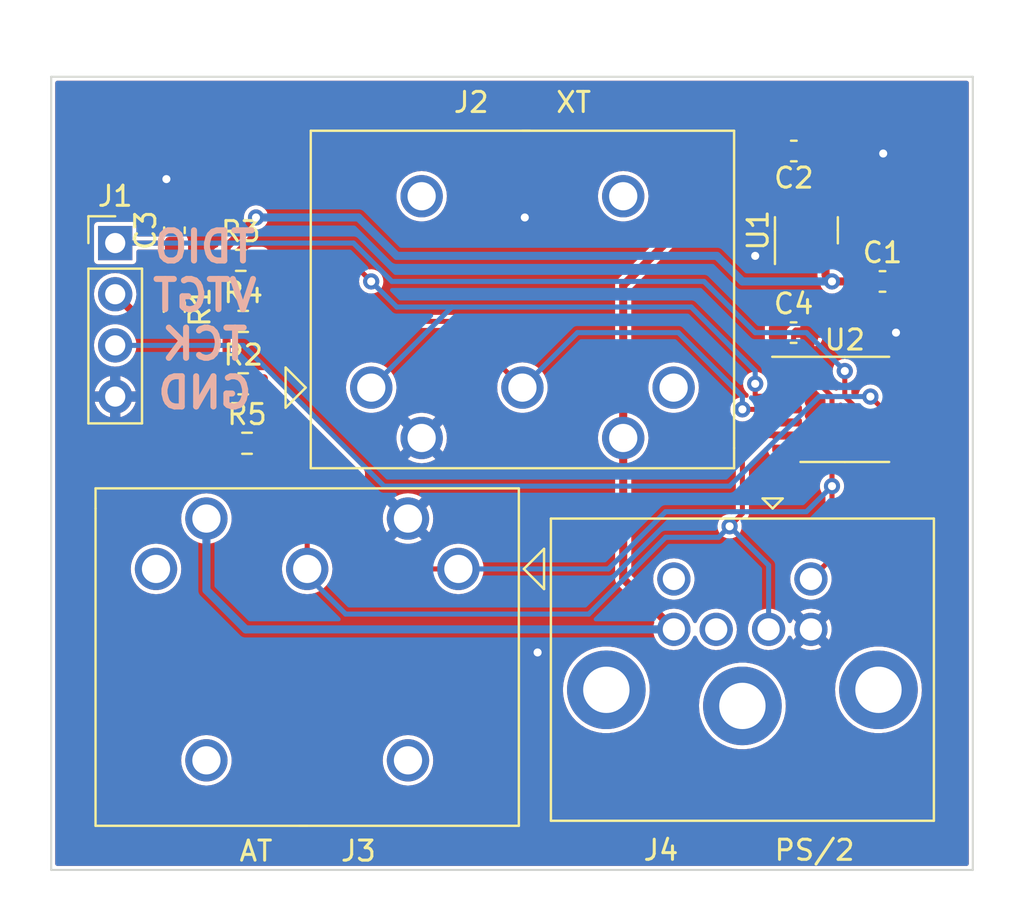
<source format=kicad_pcb>
(kicad_pcb (version 20211014) (generator pcbnew)
  (layers (0 "F.Cu" signal) (31 "B.Cu" signal) (34 "B.Paste" user) (35 "F.Paste" user) (36 "B.SilkS" user "B.Silkscreen") (37 "F.SilkS" user "F.Silkscreen") (38 "B.Mask" user) (39 "F.Mask" user) (44 "Edge.Cuts" user))
  (net 0 "")
  (net 1 "+3.3V")
  (net 2 "GND")
  (net 3 "+5V")
  (net 4 "XTCLK")
  (net 5 "XTDAT")
  (net 7 "ATCLK")
  (net 8 "ATDAT")
  (net 17 "Net-(C3-Pad1)")
  (net 18 "Net-(J1-Pad3)")
  (footprint "at2xt:MiniDIN-6-3MP_14.0mmx12.9mm_P2.6mm_P6.8mm_MP6.75mm" (layer "F.Cu") (at 156.21 80.3 180)
    (fp_text reference "J4" (at 4.04 -10.16 unlocked) (layer "F.SilkS"))
    (fp_text value "PS/2" (at -3.58 -10.16 unlocked) (layer "F.SilkS"))
    (fp_line (start -9.5 6.3) (end 9.5 6.3) (layer "F.SilkS") (width 0.12))
    (fp_line (start -2 7.3) (end -1 7.3) (layer "F.SilkS") (width 0.12))
    (fp_line (start 9.5 -8.7) (end -9.5 -8.7) (layer "F.SilkS") (width 0.12))
    (fp_line (start -1 7.3) (end -1.5 6.8) (layer "F.SilkS") (width 0.12))
    (fp_line (start -1.5 6.8) (end -2 7.3) (layer "F.SilkS") (width 0.12))
    (fp_line (start -9.5 -8.7) (end -9.5 6.3) (layer "F.SilkS") (width 0.12))
    (fp_line (start 9.5 6.3) (end 9.5 -8.7) (layer "F.SilkS") (width 0.12))
    (pad "1" thru_hole circle (at -1.3 0.8 180) (size 1.65 1.65) (drill 1.1) (layers *.Cu *.Mask) (net 8 "ATDAT"))
    (pad "2" thru_hole circle (at 1.3 0.8 180) (size 1.65 1.65) (drill 1.1) (layers *.Cu *.Mask))
    (pad "3" thru_hole circle (at -3.4 0.8 180) (size 1.65 1.65) (drill 1.1) (layers *.Cu *.Mask) (net 2 "GND"))
    (pad "4" thru_hole circle (at 3.4 0.8 180) (size 1.65 1.65) (drill 1.1) (layers *.Cu *.Mask) (net 3 "+5V"))
    (pad "5" thru_hole circle (at -3.4 3.3 180) (size 1.65 1.65) (drill 1.1) (layers *.Cu *.Mask "Dwgs.User") (net 7 "ATCLK"))
    (pad "6" thru_hole circle (at 3.4 3.3 180) (size 1.65 1.65) (drill 1.1) (layers *.Cu *.Mask))
    (pad "MP" thru_hole circle (at 0 -3 180) (size 3.9 3.9) (drill 2.3) (layers *.Cu *.Mask))
    (pad "MP" thru_hole circle (at -6.75 -2.2 180) (size 3.9 3.9) (drill 2.3) (layers *.Mask "F.Cu" "In1.Cu" "B.Cu"))
    (pad "MP" thru_hole circle (at 6.75 -2.2 180) (size 3.9 3.9) (drill 2.3) (layers *.Mask "F.Cu" "In1.Cu" "B.Cu"))
  )
  (footprint "Resistor_SMD:R_0603_1608Metric" (layer "F.Cu") (at 131.445 67.31)
    (fp_text reference "R2" (at 0 -1.43) (layer "F.SilkS"))
    (fp_text value "300")
    (fp_line (start -0.237258 -0.5225) (end 0.237258 -0.5225) (layer "F.SilkS") (width 0.12))
    (fp_line (start -0.237258 0.5225) (end 0.237258 0.5225) (layer "F.SilkS") (width 0.12))
    (pad "1" smd roundrect (at -0.825 0) (size 0.8 0.95) (layers "F.Cu" "F.Paste" "F.Mask") (net 1 "+3.3V"))
    (pad "2" smd roundrect (at 0.825 0) (size 0.8 0.95) (layers "F.Cu" "F.Paste" "F.Mask") (net 7 "ATCLK"))
  )
  (footprint "Capacitor_SMD:C_0603_1608Metric" (layer "F.Cu") (at 128.035 59.69 90)
    (fp_text reference "C3" (at 0 -1.43 90) (layer "F.SilkS"))
    (fp_text value "1.1n")
    (fp_line (start -0.14058 -0.51) (end 0.14058 -0.51) (layer "F.SilkS") (width 0.12))
    (fp_line (start -0.14058 0.51) (end 0.14058 0.51) (layer "F.SilkS") (width 0.12))
    (pad "1" smd roundrect (at -0.775 0 90) (size 0.9 0.95) (layers "F.Cu" "F.Paste" "F.Mask") (net 17 "Net-(C3-Pad1)"))
    (pad "2" smd roundrect (at 0.775 0 90) (size 0.9 0.95) (layers "F.Cu" "F.Paste" "F.Mask") (net 2 "GND"))
  )
  (footprint "Capacitor_SMD:C_0603_1608Metric" (layer "F.Cu") (at 158.76058 55.755)
    (fp_text reference "C2" (at 0 1.34) (layer "F.SilkS"))
    (fp_text value "1u")
    (fp_line (start -0.14058 0.51) (end 0.14058 0.51) (layer "F.SilkS") (width 0.12))
    (fp_line (start -0.14058 -0.51) (end 0.14058 -0.51) (layer "F.SilkS") (width 0.12))
    (pad "1" smd roundrect (at -0.775 0) (size 0.9 0.95) (layers "F.Cu" "F.Paste" "F.Mask") (net 3 "+5V"))
    (pad "2" smd roundrect (at 0.775 0) (size 0.9 0.95) (layers "F.Cu" "F.Paste" "F.Mask") (net 2 "GND"))
  )
  (footprint "at2xt:DIN41524-5-2MP_20.5mmx15.5mm_P7.5mm_P10.0mm_MP10.0mm" (layer "F.Cu") (at 134.62 80.5 180)
    (fp_text reference "J3" (at -2.54 -10 unlocked) (layer "F.SilkS"))
    (fp_text value "AT" (at 2.54 -10 unlocked) (layer "F.SilkS"))
    (fp_line (start 10.5 7) (end 10.5 8) (layer "F.SilkS") (width 0.12))
    (fp_line (start -11.75 3) (end -11.75 5) (layer "F.SilkS") (width 0.12))
    (fp_line (start 10.5 -8.75) (end 10.5 7) (layer "F.SilkS") (width 0.12))
    (fp_line (start -10.5 -8.75) (end 0.375 -8.75) (layer "F.SilkS") (width 0.12))
    (fp_line (start -10.5 8) (end -10.5 -8.75) (layer "F.SilkS") (width 0.12))
    (fp_line (start 10.5 8) (end -10.5 8) (layer "F.SilkS") (width 0.12))
    (fp_line (start -10.75 4) (end -11.75 3) (layer "F.SilkS") (width 0.12))
    (fp_line (start 0 -8.75) (end 10.5 -8.75) (layer "F.SilkS") (width 0.12))
    (fp_line (start -11.75 5) (end -10.75 4) (layer "F.SilkS") (width 0.12))
    (pad "1" thru_hole circle (at -7.5 4 180) (size 2.1 2.1) (drill 1.4) (layers *.Cu *.Mask) (net 7 "ATCLK"))
    (pad "2" thru_hole circle (at 0 4 180) (size 2.1 2.1) (drill 1.4) (layers *.Cu *.Mask) (net 8 "ATDAT"))
    (pad "3" thru_hole circle (at 7.5 4 180) (size 2.1 2.1) (drill 1.4) (layers *.Cu *.Mask))
    (pad "4" thru_hole circle (at -5 6.5 180) (size 2.1 2.1) (drill 1.4) (layers *.Cu *.Mask) (net 2 "GND"))
    (pad "5" thru_hole circle (at 5 6.5 180) (size 2.1 2.1) (drill 1.4) (layers *.Cu *.Mask) (net 3 "+5V"))
    (pad "MP" thru_hole circle (at -5 -5.5 180) (size 2.1 2.1) (drill 1.4) (layers *.Cu *.Mask))
    (pad "MP" thru_hole circle (at 5 -5.5 180) (size 2.1 2.1) (drill 1.4) (layers *.Cu *.Mask))
  )
  (footprint "Resistor_SMD:R_0603_1608Metric" (layer "F.Cu") (at 131.325 61.1825)
    (fp_text reference "R3" (at 0 -1.43) (layer "F.SilkS"))
    (fp_text value "300")
    (fp_line (start -0.237258 0.5225) (end 0.237258 0.5225) (layer "F.SilkS") (width 0.12))
    (fp_line (start -0.237258 -0.5225) (end 0.237258 -0.5225) (layer "F.SilkS") (width 0.12))
    (pad "1" smd roundrect (at -0.825 0) (size 0.8 0.95) (layers "F.Cu" "F.Paste" "F.Mask") (net 1 "+3.3V"))
    (pad "2" smd roundrect (at 0.825 0) (size 0.8 0.95) (layers "F.Cu" "F.Paste" "F.Mask") (net 4 "XTCLK"))
  )
  (footprint "Package_SO:TSSOP-14_4.4x5mm_P0.65mm" (layer "F.Cu") (at 161.29 68.58)
    (fp_text reference "U2" (at 0 -3.45) (layer "F.SilkS"))
    (fp_text value "MSP430G2211IPW14")
    (fp_line (start 0 -2.61) (end -3.6 -2.61) (layer "F.SilkS") (width 0.12))
    (fp_line (start 0 -2.61) (end 2.2 -2.61) (layer "F.SilkS") (width 0.12))
    (fp_line (start 0 2.61) (end 2.2 2.61) (layer "F.SilkS") (width 0.12))
    (fp_line (start 0 2.61) (end -2.2 2.61) (layer "F.SilkS") (width 0.12))
    (pad "1" smd roundrect (at -2.8625 -1.95) (size 1.475 0.4) (layers "F.Cu" "F.Paste" "F.Mask") (net 1 "+3.3V"))
    (pad "2" smd roundrect (at -2.8625 -1.3) (size 1.475 0.4) (layers "F.Cu" "F.Paste" "F.Mask") (net 7 "ATCLK"))
    (pad "3" smd roundrect (at -2.8625 -0.65) (size 1.475 0.4) (layers "F.Cu" "F.Paste" "F.Mask") (net 4 "XTCLK"))
    (pad "4" smd roundrect (at -2.8625 0) (size 1.475 0.4) (layers "F.Cu" "F.Paste" "F.Mask") (net 4 "XTCLK"))
    (pad "5" smd roundrect (at -2.8625 0.65) (size 1.475 0.4) (layers "F.Cu" "F.Paste" "F.Mask") (net 5 "XTDAT"))
    (pad "6" smd roundrect (at -2.8625 1.3) (size 1.475 0.4) (layers "F.Cu" "F.Paste" "F.Mask") (net 8 "ATDAT"))
    (pad "7" smd roundrect (at -2.8625 1.95) (size 1.475 0.4) (layers "F.Cu" "F.Paste" "F.Mask"))
    (pad "8" smd roundrect (at 2.8625 1.95) (size 1.475 0.4) (layers "F.Cu" "F.Paste" "F.Mask"))
    (pad "9" smd roundrect (at 2.8625 1.3) (size 1.475 0.4) (layers "F.Cu" "F.Paste" "F.Mask"))
    (pad "10" smd roundrect (at 2.8625 0.65) (size 1.475 0.4) (layers "F.Cu" "F.Paste" "F.Mask") (net 17 "Net-(C3-Pad1)"))
    (pad "11" smd roundrect (at 2.8625 0) (size 1.475 0.4) (layers "F.Cu" "F.Paste" "F.Mask") (net 18 "Net-(J1-Pad3)"))
    (pad "12" smd roundrect (at 2.8625 -0.65) (size 1.475 0.4) (layers "F.Cu" "F.Paste" "F.Mask"))
    (pad "13" smd roundrect (at 2.8625 -1.3) (size 1.475 0.4) (layers "F.Cu" "F.Paste" "F.Mask"))
    (pad "14" smd roundrect (at 2.8625 -1.95) (size 1.475 0.4) (layers "F.Cu" "F.Paste" "F.Mask") (net 2 "GND"))
  )
  (footprint "Resistor_SMD:R_0603_1608Metric" (layer "F.Cu") (at 131.635 70.2625)
    (fp_text reference "R5" (at 0 -1.43) (layer "F.SilkS"))
    (fp_text value "300")
    (fp_line (start -0.237258 0.5225) (end 0.237258 0.5225) (layer "F.SilkS") (width 0.12))
    (fp_line (start -0.237258 -0.5225) (end 0.237258 -0.5225) (layer "F.SilkS") (width 0.12))
    (pad "1" smd roundrect (at -0.825 0) (size 0.8 0.95) (layers "F.Cu" "F.Paste" "F.Mask") (net 1 "+3.3V"))
    (pad "2" smd roundrect (at 0.825 0) (size 0.8 0.95) (layers "F.Cu" "F.Paste" "F.Mask") (net 8 "ATDAT"))
  )
  (footprint "Resistor_SMD:R_0603_1608Metric" (layer "F.Cu") (at 131.445 64.2125)
    (fp_text reference "R4" (at 0 -1.43) (layer "F.SilkS"))
    (fp_text value "300")
    (fp_line (start -0.237258 0.5225) (end 0.237258 0.5225) (layer "F.SilkS") (width 0.12))
    (fp_line (start -0.237258 -0.5225) (end 0.237258 -0.5225) (layer "F.SilkS") (width 0.12))
    (pad "1" smd roundrect (at -0.825 0) (size 0.8 0.95) (layers "F.Cu" "F.Paste" "F.Mask") (net 1 "+3.3V"))
    (pad "2" smd roundrect (at 0.825 0) (size 0.8 0.95) (layers "F.Cu" "F.Paste" "F.Mask") (net 5 "XTDAT"))
  )
  (footprint "Connector_PinHeader_2.54mm:PinHeader_1x04_P2.54mm_Vertical" (layer "F.Cu") (at 125.095 60.325)
    (fp_text reference "J1" (at 0 -2.33) (layer "F.SilkS"))
    (fp_text value "Conn_01x04")
    (fp_line (start -1.33 1.27) (end 1.33 1.27) (layer "F.SilkS") (width 0.12))
    (fp_line (start -1.33 8.95) (end 1.33 8.95) (layer "F.SilkS") (width 0.12))
    (fp_line (start -1.33 -1.33) (end 0 -1.33) (layer "F.SilkS") (width 0.12))
    (fp_line (start -1.33 0) (end -1.33 -1.33) (layer "F.SilkS") (width 0.12))
    (fp_line (start 1.33 1.27) (end 1.33 8.95) (layer "F.SilkS") (width 0.12))
    (fp_line (start -1.33 1.27) (end -1.33 8.95) (layer "F.SilkS") (width 0.12))
    (pad "1" thru_hole rect (at 0 0) (size 1.7 1.7) (drill 1) (layers *.Cu *.Mask) (net 17 "Net-(C3-Pad1)"))
    (pad "2" thru_hole oval (at 0 2.54) (size 1.7 1.7) (drill 1) (layers *.Cu *.Mask) (net 1 "+3.3V"))
    (pad "3" thru_hole oval (at 0 5.08) (size 1.7 1.7) (drill 1) (layers *.Cu *.Mask) (net 18 "Net-(J1-Pad3)"))
    (pad "4" thru_hole oval (at 0 7.62) (size 1.7 1.7) (drill 1) (layers *.Cu *.Mask) (net 2 "GND"))
  )
  (footprint "at2xt:DIN41524-5-2MP_20.5mmx15.5mm_P7.5mm_P10.0mm_MP10.0mm" (layer "F.Cu") (at 145.2975 63.5)
    (fp_text reference "J2" (at -2.54 -10.16 unlocked) (layer "F.SilkS"))
    (fp_text value "XT" (at 2.54 -10.16 unlocked) (layer "F.SilkS"))
    (fp_line (start 0 -8.75) (end 10.5 -8.75) (layer "F.SilkS") (width 0.12))
    (fp_line (start 10.5 8) (end -10.5 8) (layer "F.SilkS") (width 0.12))
    (fp_line (start -11.75 3) (end -11.75 5) (layer "F.SilkS") (width 0.12))
    (fp_line (start -10.75 4) (end -11.75 3) (layer "F.SilkS") (width 0.12))
    (fp_line (start -10.5 -8.75) (end 0.375 -8.75) (layer "F.SilkS") (width 0.12))
    (fp_line (start -10.5 8) (end -10.5 -8.75) (layer "F.SilkS") (width 0.12))
    (fp_line (start 10.5 -8.75) (end 10.5 7) (layer "F.SilkS") (width 0.12))
    (fp_line (start 10.5 7) (end 10.5 8) (layer "F.SilkS") (width 0.12))
    (fp_line (start -11.75 5) (end -10.75 4) (layer "F.SilkS") (width 0.12))
    (pad "1" thru_hole circle (at -7.5 4) (size 2.1 2.1) (drill 1.4) (layers *.Cu *.Mask) (net 4 "XTCLK"))
    (pad "2" thru_hole circle (at 0 4) (size 2.1 2.1) (drill 1.4) (layers *.Cu *.Mask) (net 5 "XTDAT"))
    (pad "3" thru_hole circle (at 7.5 4) (size 2.1 2.1) (drill 1.4) (layers *.Cu *.Mask))
    (pad "4" thru_hole circle (at -5 6.5) (size 2.1 2.1) (drill 1.4) (layers *.Cu *.Mask) (net 2 "GND"))
    (pad "5" thru_hole circle (at 5 6.5) (size 2.1 2.1) (drill 1.4) (layers *.Cu *.Mask) (net 3 "+5V"))
    (pad "MP" thru_hole circle (at -5 -5.5) (size 2.1 2.1) (drill 1.4) (layers *.Cu *.Mask))
    (pad "MP" thru_hole circle (at 5 -5.5) (size 2.1 2.1) (drill 1.4) (layers *.Cu *.Mask))
  )
  (footprint "Resistor_SMD:R_0603_1608Metric" (layer "F.Cu") (at 128.0275 63.5 90)
    (fp_text reference "R1" (at 0 1.27 90) (layer "F.SilkS"))
    (fp_text value "47k")
    (fp_line (start -0.237258 0.5225) (end 0.237258 0.5225) (layer "F.SilkS") (width 0.12))
    (fp_line (start -0.237258 -0.5225) (end 0.237258 -0.5225) (layer "F.SilkS") (width 0.12))
    (pad "1" smd roundrect (at -0.825 0 90) (size 0.8 0.95) (layers "F.Cu" "F.Paste" "F.Mask") (net 1 "+3.3V"))
    (pad "2" smd roundrect (at 0.825 0 90) (size 0.8 0.95) (layers "F.Cu" "F.Paste" "F.Mask") (net 17 "Net-(C3-Pad1)"))
  )
  (footprint "Package_TO_SOT_SMD:SOT-23" (layer "F.Cu") (at 159.385 59.69 90)
    (fp_text reference "U1" (at 0 -2.4 90) (layer "F.SilkS"))
    (fp_text value "MCP1700-3302E_TO92")
    (fp_line (start 0 1.56) (end 0.65 1.56) (layer "F.SilkS") (width 0.12))
    (fp_line (start 0 -1.56) (end -1.675 -1.56) (layer "F.SilkS") (width 0.12))
    (fp_line (start 0 -1.56) (end 0.65 -1.56) (layer "F.SilkS") (width 0.12))
    (fp_line (start 0 1.56) (end -0.65 1.56) (layer "F.SilkS") (width 0.12))
    (pad "1" smd roundrect (at -0.9375 -0.95 90) (size 1.475 0.6) (layers "F.Cu" "F.Paste" "F.Mask") (net 2 "GND"))
    (pad "2" smd roundrect (at -0.9375 0.95 90) (size 1.475 0.6) (layers "F.Cu" "F.Paste" "F.Mask") (net 1 "+3.3V"))
    (pad "3" smd roundrect (at 0.9375 0 90) (size 1.475 0.6) (layers "F.Cu" "F.Paste" "F.Mask") (net 3 "+5V"))
  )
  (footprint "Capacitor_SMD:C_0603_1608Metric" (layer "F.Cu") (at 158.75 64.77)
    (fp_text reference "C4" (at 0 -1.43) (layer "F.SilkS"))
    (fp_text value "100n")
    (fp_line (start -0.14058 -0.51) (end 0.14058 -0.51) (layer "F.SilkS") (width 0.12))
    (fp_line (start -0.14058 0.51) (end 0.14058 0.51) (layer "F.SilkS") (width 0.12))
    (pad "1" smd roundrect (at -0.775 0) (size 0.9 0.95) (layers "F.Cu" "F.Paste" "F.Mask") (net 1 "+3.3V"))
    (pad "2" smd roundrect (at 0.775 0) (size 0.9 0.95) (layers "F.Cu" "F.Paste" "F.Mask") (net 2 "GND"))
  )
  (footprint "Capacitor_SMD:C_0603_1608Metric" (layer "F.Cu") (at 163.16 62.23)
    (fp_text reference "C1" (at 0 -1.43) (layer "F.SilkS"))
    (fp_text value "1u")
    (fp_line (start -0.14058 0.51) (end 0.14058 0.51) (layer "F.SilkS") (width 0.12))
    (fp_line (start -0.14058 -0.51) (end 0.14058 -0.51) (layer "F.SilkS") (width 0.12))
    (pad "1" smd roundrect (at -0.775 0) (size 0.9 0.95) (layers "F.Cu" "F.Paste" "F.Mask") (net 1 "+3.3V"))
    (pad "2" smd roundrect (at 0.775 0) (size 0.9 0.95) (layers "F.Cu" "F.Paste" "F.Mask") (net 2 "GND"))
  )
  (gr_line (start 167.64 52.07) (end 121.92 52.07) (layer "Edge.Cuts") (width 0.1))
  (gr_line (start 121.92 52.07) (end 121.92 91.44) (layer "Edge.Cuts") (width 0.1))
  (gr_line (start 121.92 91.44) (end 167.64 91.44) (layer "Edge.Cuts") (width 0.1))
  (gr_line (start 167.64 91.44) (end 167.64 52.07) (layer "Edge.Cuts") (width 0.1))
  (gr_text "TDIO\nVTGT\nTCK\nGND" (at 129.54 64.135) (layer "B.SilkS") (effects (font (size 1.5 1.5) (thickness 0.3)) (justify mirror)))
  (segment (start 128.0275 64.325) (end 130.5075 64.325) (width 0.4) (layer "F.Cu") (net 1))
  (segment (start 159.245 63.5) (end 157.975 64.77) (width 0.4) (layer "F.Cu") (net 1))
  (segment (start 130.62 60.515) (end 132.08 59.055) (width 0.4) (layer "F.Cu") (net 1))
  (segment (start 157.975 64.77) (end 157.975 66.1775) (width 0.4) (layer "F.Cu") (net 1))
  (segment (start 162.385 62.23) (end 161.115 63.5) (width 0.4) (layer "F.Cu") (net 1))
  (segment (start 130.81 67.5) (end 130.62 67.31) (width 0.4) (layer "F.Cu") (net 1))
  (segment (start 157.975 66.1775) (end 158.4275 66.63) (width 0.4) (layer "F.Cu") (net 1))
  (segment (start 126.555 64.325) (end 128.0275 64.325) (width 0.4) (layer "F.Cu") (net 1))
  (segment (start 160.335 60.6275) (end 160.335 61.91) (width 0.4) (layer "F.Cu") (net 1))
  (segment (start 160.655 62.23) (end 162.385 62.23) (width 0.4) (layer "F.Cu") (net 1))
  (segment (start 130.62 64.2125) (end 130.62 60.515) (width 0.4) (layer "F.Cu") (net 1))
  (segment (start 161.115 63.5) (end 159.245 63.5) (width 0.4) (layer "F.Cu") (net 1))
  (segment (start 130.62 67.31) (end 130.62 64.2125) (width 0.4) (layer "F.Cu") (net 1))
  (segment (start 130.81 70.2625) (end 130.81 67.5) (width 0.4) (layer "F.Cu") (net 1))
  (segment (start 160.335 61.91) (end 160.655 62.23) (width 0.4) (layer "F.Cu") (net 1))
  (segment (start 125.095 62.865) (end 126.555 64.325) (width 0.4) (layer "F.Cu") (net 1))
  (segment (start 130.5075 64.325) (end 130.62 64.2125) (width 0.4) (layer "F.Cu") (net 1))
  (segment (start 130.81 69.85) (end 130.81 67.5) (width 0.25) (layer "F.Cu") (net 1))
  (via (at 160.655 62.23) (size 0.8) (drill 0.4) (layers "F.Cu" "B.Cu") (net 1))
  (via (at 132.08 59.055) (size 0.8) (drill 0.4) (layers "F.Cu" "B.Cu") (net 1))
  (segment (start 160.655 62.23) (end 156.21 62.23) (width 0.4) (layer "B.Cu") (net 1))
  (segment (start 156.21 62.23) (end 154.94 60.96) (width 0.4) (layer "B.Cu") (net 1))
  (segment (start 154.94 60.96) (end 139.065 60.96) (width 0.4) (layer "B.Cu") (net 1))
  (segment (start 139.065 60.96) (end 137.16 59.055) (width 0.4) (layer "B.Cu") (net 1))
  (segment (start 137.16 59.055) (end 132.08 59.055) (width 0.4) (layer "B.Cu") (net 1))
  (via (at 146.05 80.645) (size 0.8) (drill 0.4) (layers "F.Cu" "B.Cu") (net 2))
  (via (at 127.635 57.15) (size 0.8) (drill 0.4) (layers "F.Cu" "B.Cu") (net 2))
  (via (at 163.195 55.88) (size 0.8) (drill 0.4) (layers "F.Cu" "B.Cu") (net 2))
  (via (at 145.415 59.055) (size 0.8) (drill 0.4) (layers "F.Cu" "B.Cu") (net 2))
  (via (at 156.845 60.96) (size 0.8) (drill 0.4) (layers "F.Cu" "B.Cu") (net 2))
  (via (at 163.83 64.77) (size 0.8) (drill 0.4) (layers "F.Cu" "B.Cu") (net 2))
  (segment (start 157.98558 55.755) (end 157.98558 57.91442) (width 0.4) (layer "F.Cu") (net 3))
  (segment (start 150.2975 62.4275) (end 150.495 62.23) (width 0.4) (layer "F.Cu") (net 3))
  (segment (start 157.98558 58.00308) (end 158.735 58.7525) (width 0.4) (layer "F.Cu") (net 3))
  (segment (start 157.85616 57.785) (end 157.98558 57.91442) (width 0.4) (layer "F.Cu") (net 3))
  (segment (start 150.2975 70) (end 150.2975 62.4275) (width 0.4) (layer "F.Cu") (net 3))
  (segment (start 152.81 79.5) (end 150.2975 76.9875) (width 0.4) (layer "F.Cu") (net 3))
  (segment (start 154.94 57.785) (end 157.85616 57.785) (width 0.4) (layer "F.Cu") (net 3))
  (segment (start 150.2975 76.9875) (end 150.2975 70) (width 0.4) (layer "F.Cu") (net 3))
  (segment (start 157.98558 57.91442) (end 157.98558 58.00308) (width 0.25) (layer "F.Cu") (net 3))
  (segment (start 150.495 62.23) (end 154.94 57.785) (width 0.4) (layer "F.Cu") (net 3))
  (segment (start 158.735 58.7525) (end 159.385 58.7525) (width 0.4) (layer "F.Cu") (net 3))
  (segment (start 129.62 77.55) (end 129.62 74) (width 0.4) (layer "B.Cu") (net 3))
  (segment (start 131.57 79.5) (end 129.62 77.55) (width 0.4) (layer "B.Cu") (net 3))
  (segment (start 152.81 79.5) (end 131.57 79.5) (width 0.4) (layer "B.Cu") (net 3))
  (segment (start 156.845 67.31) (end 156.845 67.945) (width 0.25) (layer "F.Cu") (net 4))
  (segment (start 137.16 61.595) (end 132.15 61.595) (width 0.25) (layer "F.Cu") (net 4))
  (segment (start 157.48 68.58) (end 156.845 67.945) (width 0.25) (layer "F.Cu") (net 4))
  (segment (start 137.795 62.23) (end 137.16 61.595) (width 0.25) (layer "F.Cu") (net 4))
  (segment (start 158.4275 68.58) (end 157.48 68.58) (width 0.25) (layer "F.Cu") (net 4))
  (segment (start 158.4275 67.93) (end 156.86 67.93) (width 0.25) (layer "F.Cu") (net 4))
  (segment (start 156.86 67.93) (end 156.845 67.945) (width 0.25) (layer "F.Cu") (net 4))
  (via (at 137.795 62.23) (size 0.8) (drill 0.4) (layers "F.Cu" "B.Cu") (net 4))
  (via (at 156.845 67.31) (size 0.8) (drill 0.4) (layers "F.Cu" "B.Cu") (net 4))
  (segment (start 153.67 63.5) (end 141.7975 63.5) (width 0.25) (layer "B.Cu") (net 4))
  (segment (start 137.795 62.23) (end 139.065 63.5) (width 0.25) (layer "B.Cu") (net 4))
  (segment (start 156.845 67.31) (end 156.845 66.675) (width 0.25) (layer "B.Cu") (net 4))
  (segment (start 141.7975 63.5) (end 137.7975 67.5) (width 0.25) (layer "B.Cu") (net 4))
  (segment (start 139.065 63.5) (end 141.7975 63.5) (width 0.25) (layer "B.Cu") (net 4))
  (segment (start 156.845 66.675) (end 153.67 63.5) (width 0.25) (layer "B.Cu") (net 4))
  (segment (start 156.21 68.58) (end 156.843604 68.58) (width 0.25) (layer "F.Cu") (net 5))
  (segment (start 156.843604 68.58) (end 157.493604 69.23) (width 0.25) (layer "F.Cu") (net 5))
  (segment (start 145.2975 67.5) (end 142.01 64.2125) (width 0.25) (layer "F.Cu") (net 5))
  (segment (start 157.493604 69.23) (end 158.4275 69.23) (width 0.25) (layer "F.Cu") (net 5))
  (segment (start 142.01 64.2125) (end 132.27 64.2125) (width 0.25) (layer "F.Cu") (net 5))
  (via (at 156.21 68.58) (size 0.8) (drill 0.4) (layers "F.Cu" "B.Cu") (net 5))
  (segment (start 148.0275 64.77) (end 145.2975 67.5) (width 0.25) (layer "B.Cu") (net 5))
  (segment (start 156.21 68.58) (end 156.21 67.945) (width 0.25) (layer "B.Cu") (net 5))
  (segment (start 153.035 64.77) (end 148.0275 64.77) (width 0.25) (layer "B.Cu") (net 5))
  (segment (start 156.21 67.945) (end 153.035 64.77) (width 0.25) (layer "B.Cu") (net 5))
  (segment (start 159.99 67.28) (end 158.4275 67.28) (width 0.25) (layer "F.Cu") (net 7))
  (segment (start 160.655 75.955) (end 159.61 77) (width 0.25) (layer "F.Cu") (net 7))
  (segment (start 137.16 74.207272) (end 137.16 71.755) (width 0.25) (layer "F.Cu") (net 7))
  (segment (start 139.452728 76.5) (end 137.16 74.207272) (width 0.25) (layer "F.Cu") (net 7))
  (segment (start 160.655 72.39) (end 160.655 75.955) (width 0.25) (layer "F.Cu") (net 7))
  (segment (start 137.16 71.755) (end 132.715 67.31) (width 0.25) (layer "F.Cu") (net 7))
  (segment (start 132.715 67.31) (end 132.27 67.31) (width 0.25) (layer "F.Cu") (net 7))
  (segment (start 142.12 76.5) (end 139.452728 76.5) (width 0.25) (layer "F.Cu") (net 7))
  (segment (start 160.655 67.945) (end 159.99 67.28) (width 0.25) (layer "F.Cu") (net 7))
  (segment (start 160.655 72.39) (end 160.655 67.945) (width 0.25) (layer "F.Cu") (net 7))
  (via (at 160.655 72.39) (size 0.8) (drill 0.4) (layers "F.Cu" "B.Cu") (net 7))
  (segment (start 159.385 73.66) (end 156.27 73.66) (width 0.25) (layer "B.Cu") (net 7))
  (segment (start 152.4 73.66) (end 156.27 73.66) (width 0.25) (layer "B.Cu") (net 7))
  (segment (start 142.12 76.5) (end 149.56 76.5) (width 0.25) (layer "B.Cu") (net 7))
  (segment (start 149.56 76.5) (end 152.4 73.66) (width 0.25) (layer "B.Cu") (net 7))
  (segment (start 160.655 72.39) (end 159.385 73.66) (width 0.25) (layer "B.Cu") (net 7))
  (segment (start 155.575 74.3845) (end 156.21 73.7495) (width 0.25) (layer "F.Cu") (net 8))
  (segment (start 132.46 72.135) (end 132.46 70.2625) (width 0.25) (layer "F.Cu") (net 8))
  (segment (start 156.21 71.12) (end 157.45 69.88) (width 0.25) (layer "F.Cu") (net 8))
  (segment (start 156.21 73.7495) (end 156.21 71.12) (width 0.25) (layer "F.Cu") (net 8))
  (segment (start 134.62 74.295) (end 132.46 72.135) (width 0.25) (layer "F.Cu") (net 8))
  (segment (start 157.45 69.88) (end 158.4275 69.88) (width 0.25) (layer "F.Cu") (net 8))
  (segment (start 134.62 76.5) (end 134.62 74.295) (width 0.25) (layer "F.Cu") (net 8))
  (via (at 155.575 74.3845) (size 0.8) (drill 0.4) (layers "F.Cu" "B.Cu") (net 8))
  (segment (start 155.575 74.3845) (end 157.51 76.3195) (width 0.25) (layer "B.Cu") (net 8))
  (segment (start 157.51 76.3195) (end 157.51 79.5) (width 0.25) (layer "B.Cu") (net 8))
  (segment (start 136.525 78.74) (end 134.62 76.835) (width 0.25) (layer "B.Cu") (net 8))
  (segment (start 152.4 74.93) (end 148.59 78.74) (width 0.25) (layer "B.Cu") (net 8))
  (segment (start 155.575 74.3845) (end 155.0295 74.93) (width 0.25) (layer "B.Cu") (net 8))
  (segment (start 155.0295 74.93) (end 152.4 74.93) (width 0.25) (layer "B.Cu") (net 8))
  (segment (start 134.62 76.835) (end 134.62 76.5) (width 0.25) (layer "B.Cu") (net 8))
  (segment (start 148.59 78.74) (end 136.525 78.74) (width 0.25) (layer "B.Cu") (net 8))
  (segment (start 127.895 60.325) (end 128.035 60.465) (width 0.25) (layer "F.Cu") (net 17))
  (segment (start 161.29 67.943604) (end 161.74 68.393604) (width 0.25) (layer "F.Cu") (net 17))
  (segment (start 128.0275 60.4725) (end 128.035 60.465) (width 0.25) (layer "F.Cu") (net 17))
  (segment (start 162.575 69.23) (end 164.1525 69.23) (width 0.25) (layer "F.Cu") (net 17))
  (segment (start 128.0275 62.675) (end 128.0275 60.4725) (width 0.25) (layer "F.Cu") (net 17))
  (segment (start 125.095 60.325) (end 127.895 60.325) (width 0.25) (layer "F.Cu") (net 17))
  (segment (start 161.74 68.393604) (end 161.74 68.395) (width 0.25) (layer "F.Cu") (net 17))
  (segment (start 161.29 66.675) (end 161.29 67.943604) (width 0.25) (layer "F.Cu") (net 17))
  (segment (start 161.74 68.395) (end 162.575 69.23) (width 0.25) (layer "F.Cu") (net 17))
  (via (at 161.29 66.675) (size 0.8) (drill 0.4) (layers "F.Cu" "B.Cu") (net 17))
  (segment (start 138.820305 62.23) (end 136.915305 60.325) (width 0.25) (layer "B.Cu") (net 17))
  (segment (start 136.915305 60.325) (end 125.095 60.325) (width 0.25) (layer "B.Cu") (net 17))
  (segment (start 154.305 62.23) (end 138.820305 62.23) (width 0.25) (layer "B.Cu") (net 17))
  (segment (start 161.29 66.675) (end 159.385 64.77) (width 0.25) (layer "B.Cu") (net 17))
  (segment (start 156.845 64.77) (end 154.305 62.23) (width 0.25) (layer "B.Cu") (net 17))
  (segment (start 159.385 64.77) (end 156.845 64.77) (width 0.25) (layer "B.Cu") (net 17))
  (segment (start 164.1525 68.58) (end 163.195 68.58) (width 0.25) (layer "F.Cu") (net 18))
  (segment (start 163.195 68.58) (end 162.56 67.945) (width 0.25) (layer "F.Cu") (net 18))
  (via (at 162.56 67.945) (size 0.8) (drill 0.4) (layers "F.Cu" "B.Cu") (net 18))
  (segment (start 160.02 67.945) (end 155.575 72.39) (width 0.25) (layer "B.Cu") (net 18))
  (segment (start 131.445 65.405) (end 125.095 65.405) (width 0.25) (layer "B.Cu") (net 18))
  (segment (start 155.575 72.39) (end 138.43 72.39) (width 0.25) (layer "B.Cu") (net 18))
  (segment (start 162.56 67.945) (end 160.02 67.945) (width 0.25) (layer "B.Cu") (net 18))
  (segment (start 138.43 72.39) (end 131.445 65.405) (width 0.25) (layer "B.Cu") (net 18))
  (zone (net 2) (net_name "GND") (layer "F.Cu") (connect_pads (clearance 0.2)) (min_thickness 0.2) (fill yes (thermal_gap 0.2) (thermal_bridge_width 0.508))
    (polygon (pts (xy 167.64 91.44) (xy 119.38 91.44) (xy 119.38 48.26) (xy 167.64 48.26)))
  )
  (zone (net 2) (net_name "GND") (layer "B.Cu") (connect_pads (clearance 0.2)) (min_thickness 0.2) (fill yes (thermal_gap 0.2) (thermal_bridge_width 0.508))
    (polygon (pts (xy 170.18 93.98) (xy 121.92 93.98) (xy 121.92 50.8) (xy 170.18 50.8)))
  )
)
</source>
